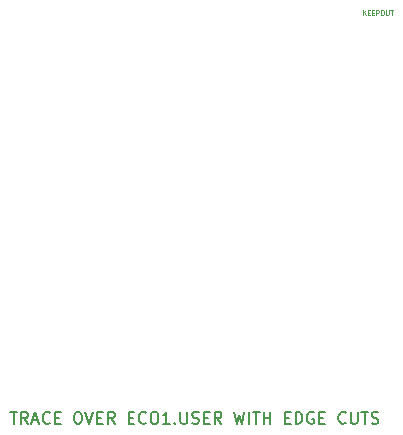
<source format=gbr>
%TF.GenerationSoftware,KiCad,Pcbnew,8.0.1*%
%TF.CreationDate,2024-03-23T09:32:29-06:00*%
%TF.ProjectId,underglow3,756e6465-7267-46c6-9f77-332e6b696361,rev?*%
%TF.SameCoordinates,Original*%
%TF.FileFunction,Other,Comment*%
%FSLAX46Y46*%
G04 Gerber Fmt 4.6, Leading zero omitted, Abs format (unit mm)*
G04 Created by KiCad (PCBNEW 8.0.1) date 2024-03-23 09:32:29*
%MOMM*%
%LPD*%
G01*
G04 APERTURE LIST*
%ADD10C,0.150000*%
%ADD11C,0.070000*%
G04 APERTURE END LIST*
D10*
X21380952Y445181D02*
X21952380Y445181D01*
X21666666Y-554819D02*
X21666666Y445181D01*
X22857142Y-554819D02*
X22523809Y-78628D01*
X22285714Y-554819D02*
X22285714Y445181D01*
X22285714Y445181D02*
X22666666Y445181D01*
X22666666Y445181D02*
X22761904Y397562D01*
X22761904Y397562D02*
X22809523Y349943D01*
X22809523Y349943D02*
X22857142Y254705D01*
X22857142Y254705D02*
X22857142Y111848D01*
X22857142Y111848D02*
X22809523Y16610D01*
X22809523Y16610D02*
X22761904Y-31009D01*
X22761904Y-31009D02*
X22666666Y-78628D01*
X22666666Y-78628D02*
X22285714Y-78628D01*
X23238095Y-269104D02*
X23714285Y-269104D01*
X23142857Y-554819D02*
X23476190Y445181D01*
X23476190Y445181D02*
X23809523Y-554819D01*
X24714285Y-459580D02*
X24666666Y-507200D01*
X24666666Y-507200D02*
X24523809Y-554819D01*
X24523809Y-554819D02*
X24428571Y-554819D01*
X24428571Y-554819D02*
X24285714Y-507200D01*
X24285714Y-507200D02*
X24190476Y-411961D01*
X24190476Y-411961D02*
X24142857Y-316723D01*
X24142857Y-316723D02*
X24095238Y-126247D01*
X24095238Y-126247D02*
X24095238Y16610D01*
X24095238Y16610D02*
X24142857Y207086D01*
X24142857Y207086D02*
X24190476Y302324D01*
X24190476Y302324D02*
X24285714Y397562D01*
X24285714Y397562D02*
X24428571Y445181D01*
X24428571Y445181D02*
X24523809Y445181D01*
X24523809Y445181D02*
X24666666Y397562D01*
X24666666Y397562D02*
X24714285Y349943D01*
X25142857Y-31009D02*
X25476190Y-31009D01*
X25619047Y-554819D02*
X25142857Y-554819D01*
X25142857Y-554819D02*
X25142857Y445181D01*
X25142857Y445181D02*
X25619047Y445181D01*
X27000000Y445181D02*
X27190476Y445181D01*
X27190476Y445181D02*
X27285714Y397562D01*
X27285714Y397562D02*
X27380952Y302324D01*
X27380952Y302324D02*
X27428571Y111848D01*
X27428571Y111848D02*
X27428571Y-221485D01*
X27428571Y-221485D02*
X27380952Y-411961D01*
X27380952Y-411961D02*
X27285714Y-507200D01*
X27285714Y-507200D02*
X27190476Y-554819D01*
X27190476Y-554819D02*
X27000000Y-554819D01*
X27000000Y-554819D02*
X26904762Y-507200D01*
X26904762Y-507200D02*
X26809524Y-411961D01*
X26809524Y-411961D02*
X26761905Y-221485D01*
X26761905Y-221485D02*
X26761905Y111848D01*
X26761905Y111848D02*
X26809524Y302324D01*
X26809524Y302324D02*
X26904762Y397562D01*
X26904762Y397562D02*
X27000000Y445181D01*
X27714286Y445181D02*
X28047619Y-554819D01*
X28047619Y-554819D02*
X28380952Y445181D01*
X28714286Y-31009D02*
X29047619Y-31009D01*
X29190476Y-554819D02*
X28714286Y-554819D01*
X28714286Y-554819D02*
X28714286Y445181D01*
X28714286Y445181D02*
X29190476Y445181D01*
X30190476Y-554819D02*
X29857143Y-78628D01*
X29619048Y-554819D02*
X29619048Y445181D01*
X29619048Y445181D02*
X30000000Y445181D01*
X30000000Y445181D02*
X30095238Y397562D01*
X30095238Y397562D02*
X30142857Y349943D01*
X30142857Y349943D02*
X30190476Y254705D01*
X30190476Y254705D02*
X30190476Y111848D01*
X30190476Y111848D02*
X30142857Y16610D01*
X30142857Y16610D02*
X30095238Y-31009D01*
X30095238Y-31009D02*
X30000000Y-78628D01*
X30000000Y-78628D02*
X29619048Y-78628D01*
X31380953Y-31009D02*
X31714286Y-31009D01*
X31857143Y-554819D02*
X31380953Y-554819D01*
X31380953Y-554819D02*
X31380953Y445181D01*
X31380953Y445181D02*
X31857143Y445181D01*
X32857143Y-459580D02*
X32809524Y-507200D01*
X32809524Y-507200D02*
X32666667Y-554819D01*
X32666667Y-554819D02*
X32571429Y-554819D01*
X32571429Y-554819D02*
X32428572Y-507200D01*
X32428572Y-507200D02*
X32333334Y-411961D01*
X32333334Y-411961D02*
X32285715Y-316723D01*
X32285715Y-316723D02*
X32238096Y-126247D01*
X32238096Y-126247D02*
X32238096Y16610D01*
X32238096Y16610D02*
X32285715Y207086D01*
X32285715Y207086D02*
X32333334Y302324D01*
X32333334Y302324D02*
X32428572Y397562D01*
X32428572Y397562D02*
X32571429Y445181D01*
X32571429Y445181D02*
X32666667Y445181D01*
X32666667Y445181D02*
X32809524Y397562D01*
X32809524Y397562D02*
X32857143Y349943D01*
X33476191Y445181D02*
X33666667Y445181D01*
X33666667Y445181D02*
X33761905Y397562D01*
X33761905Y397562D02*
X33857143Y302324D01*
X33857143Y302324D02*
X33904762Y111848D01*
X33904762Y111848D02*
X33904762Y-221485D01*
X33904762Y-221485D02*
X33857143Y-411961D01*
X33857143Y-411961D02*
X33761905Y-507200D01*
X33761905Y-507200D02*
X33666667Y-554819D01*
X33666667Y-554819D02*
X33476191Y-554819D01*
X33476191Y-554819D02*
X33380953Y-507200D01*
X33380953Y-507200D02*
X33285715Y-411961D01*
X33285715Y-411961D02*
X33238096Y-221485D01*
X33238096Y-221485D02*
X33238096Y111848D01*
X33238096Y111848D02*
X33285715Y302324D01*
X33285715Y302324D02*
X33380953Y397562D01*
X33380953Y397562D02*
X33476191Y445181D01*
X34857143Y-554819D02*
X34285715Y-554819D01*
X34571429Y-554819D02*
X34571429Y445181D01*
X34571429Y445181D02*
X34476191Y302324D01*
X34476191Y302324D02*
X34380953Y207086D01*
X34380953Y207086D02*
X34285715Y159467D01*
X35285715Y-459580D02*
X35333334Y-507200D01*
X35333334Y-507200D02*
X35285715Y-554819D01*
X35285715Y-554819D02*
X35238096Y-507200D01*
X35238096Y-507200D02*
X35285715Y-459580D01*
X35285715Y-459580D02*
X35285715Y-554819D01*
X35761905Y445181D02*
X35761905Y-364342D01*
X35761905Y-364342D02*
X35809524Y-459580D01*
X35809524Y-459580D02*
X35857143Y-507200D01*
X35857143Y-507200D02*
X35952381Y-554819D01*
X35952381Y-554819D02*
X36142857Y-554819D01*
X36142857Y-554819D02*
X36238095Y-507200D01*
X36238095Y-507200D02*
X36285714Y-459580D01*
X36285714Y-459580D02*
X36333333Y-364342D01*
X36333333Y-364342D02*
X36333333Y445181D01*
X36761905Y-507200D02*
X36904762Y-554819D01*
X36904762Y-554819D02*
X37142857Y-554819D01*
X37142857Y-554819D02*
X37238095Y-507200D01*
X37238095Y-507200D02*
X37285714Y-459580D01*
X37285714Y-459580D02*
X37333333Y-364342D01*
X37333333Y-364342D02*
X37333333Y-269104D01*
X37333333Y-269104D02*
X37285714Y-173866D01*
X37285714Y-173866D02*
X37238095Y-126247D01*
X37238095Y-126247D02*
X37142857Y-78628D01*
X37142857Y-78628D02*
X36952381Y-31009D01*
X36952381Y-31009D02*
X36857143Y16610D01*
X36857143Y16610D02*
X36809524Y64229D01*
X36809524Y64229D02*
X36761905Y159467D01*
X36761905Y159467D02*
X36761905Y254705D01*
X36761905Y254705D02*
X36809524Y349943D01*
X36809524Y349943D02*
X36857143Y397562D01*
X36857143Y397562D02*
X36952381Y445181D01*
X36952381Y445181D02*
X37190476Y445181D01*
X37190476Y445181D02*
X37333333Y397562D01*
X37761905Y-31009D02*
X38095238Y-31009D01*
X38238095Y-554819D02*
X37761905Y-554819D01*
X37761905Y-554819D02*
X37761905Y445181D01*
X37761905Y445181D02*
X38238095Y445181D01*
X39238095Y-554819D02*
X38904762Y-78628D01*
X38666667Y-554819D02*
X38666667Y445181D01*
X38666667Y445181D02*
X39047619Y445181D01*
X39047619Y445181D02*
X39142857Y397562D01*
X39142857Y397562D02*
X39190476Y349943D01*
X39190476Y349943D02*
X39238095Y254705D01*
X39238095Y254705D02*
X39238095Y111848D01*
X39238095Y111848D02*
X39190476Y16610D01*
X39190476Y16610D02*
X39142857Y-31009D01*
X39142857Y-31009D02*
X39047619Y-78628D01*
X39047619Y-78628D02*
X38666667Y-78628D01*
X40333334Y445181D02*
X40571429Y-554819D01*
X40571429Y-554819D02*
X40761905Y159467D01*
X40761905Y159467D02*
X40952381Y-554819D01*
X40952381Y-554819D02*
X41190477Y445181D01*
X41571429Y-554819D02*
X41571429Y445181D01*
X41904762Y445181D02*
X42476190Y445181D01*
X42190476Y-554819D02*
X42190476Y445181D01*
X42809524Y-554819D02*
X42809524Y445181D01*
X42809524Y-31009D02*
X43380952Y-31009D01*
X43380952Y-554819D02*
X43380952Y445181D01*
X44619048Y-31009D02*
X44952381Y-31009D01*
X45095238Y-554819D02*
X44619048Y-554819D01*
X44619048Y-554819D02*
X44619048Y445181D01*
X44619048Y445181D02*
X45095238Y445181D01*
X45523810Y-554819D02*
X45523810Y445181D01*
X45523810Y445181D02*
X45761905Y445181D01*
X45761905Y445181D02*
X45904762Y397562D01*
X45904762Y397562D02*
X46000000Y302324D01*
X46000000Y302324D02*
X46047619Y207086D01*
X46047619Y207086D02*
X46095238Y16610D01*
X46095238Y16610D02*
X46095238Y-126247D01*
X46095238Y-126247D02*
X46047619Y-316723D01*
X46047619Y-316723D02*
X46000000Y-411961D01*
X46000000Y-411961D02*
X45904762Y-507200D01*
X45904762Y-507200D02*
X45761905Y-554819D01*
X45761905Y-554819D02*
X45523810Y-554819D01*
X47047619Y397562D02*
X46952381Y445181D01*
X46952381Y445181D02*
X46809524Y445181D01*
X46809524Y445181D02*
X46666667Y397562D01*
X46666667Y397562D02*
X46571429Y302324D01*
X46571429Y302324D02*
X46523810Y207086D01*
X46523810Y207086D02*
X46476191Y16610D01*
X46476191Y16610D02*
X46476191Y-126247D01*
X46476191Y-126247D02*
X46523810Y-316723D01*
X46523810Y-316723D02*
X46571429Y-411961D01*
X46571429Y-411961D02*
X46666667Y-507200D01*
X46666667Y-507200D02*
X46809524Y-554819D01*
X46809524Y-554819D02*
X46904762Y-554819D01*
X46904762Y-554819D02*
X47047619Y-507200D01*
X47047619Y-507200D02*
X47095238Y-459580D01*
X47095238Y-459580D02*
X47095238Y-126247D01*
X47095238Y-126247D02*
X46904762Y-126247D01*
X47523810Y-31009D02*
X47857143Y-31009D01*
X48000000Y-554819D02*
X47523810Y-554819D01*
X47523810Y-554819D02*
X47523810Y445181D01*
X47523810Y445181D02*
X48000000Y445181D01*
X49761905Y-459580D02*
X49714286Y-507200D01*
X49714286Y-507200D02*
X49571429Y-554819D01*
X49571429Y-554819D02*
X49476191Y-554819D01*
X49476191Y-554819D02*
X49333334Y-507200D01*
X49333334Y-507200D02*
X49238096Y-411961D01*
X49238096Y-411961D02*
X49190477Y-316723D01*
X49190477Y-316723D02*
X49142858Y-126247D01*
X49142858Y-126247D02*
X49142858Y16610D01*
X49142858Y16610D02*
X49190477Y207086D01*
X49190477Y207086D02*
X49238096Y302324D01*
X49238096Y302324D02*
X49333334Y397562D01*
X49333334Y397562D02*
X49476191Y445181D01*
X49476191Y445181D02*
X49571429Y445181D01*
X49571429Y445181D02*
X49714286Y397562D01*
X49714286Y397562D02*
X49761905Y349943D01*
X50190477Y445181D02*
X50190477Y-364342D01*
X50190477Y-364342D02*
X50238096Y-459580D01*
X50238096Y-459580D02*
X50285715Y-507200D01*
X50285715Y-507200D02*
X50380953Y-554819D01*
X50380953Y-554819D02*
X50571429Y-554819D01*
X50571429Y-554819D02*
X50666667Y-507200D01*
X50666667Y-507200D02*
X50714286Y-459580D01*
X50714286Y-459580D02*
X50761905Y-364342D01*
X50761905Y-364342D02*
X50761905Y445181D01*
X51095239Y445181D02*
X51666667Y445181D01*
X51380953Y-554819D02*
X51380953Y445181D01*
X51952382Y-507200D02*
X52095239Y-554819D01*
X52095239Y-554819D02*
X52333334Y-554819D01*
X52333334Y-554819D02*
X52428572Y-507200D01*
X52428572Y-507200D02*
X52476191Y-459580D01*
X52476191Y-459580D02*
X52523810Y-364342D01*
X52523810Y-364342D02*
X52523810Y-269104D01*
X52523810Y-269104D02*
X52476191Y-173866D01*
X52476191Y-173866D02*
X52428572Y-126247D01*
X52428572Y-126247D02*
X52333334Y-78628D01*
X52333334Y-78628D02*
X52142858Y-31009D01*
X52142858Y-31009D02*
X52047620Y16610D01*
X52047620Y16610D02*
X52000001Y64229D01*
X52000001Y64229D02*
X51952382Y159467D01*
X51952382Y159467D02*
X51952382Y254705D01*
X51952382Y254705D02*
X52000001Y349943D01*
X52000001Y349943D02*
X52047620Y397562D01*
X52047620Y397562D02*
X52142858Y445181D01*
X52142858Y445181D02*
X52380953Y445181D01*
X52380953Y445181D02*
X52523810Y397562D01*
D11*
X51221699Y34053593D02*
X51221699Y34453593D01*
X51450270Y34053593D02*
X51278841Y34282164D01*
X51450270Y34453593D02*
X51221699Y34225021D01*
X51621699Y34263117D02*
X51755032Y34263117D01*
X51812175Y34053593D02*
X51621699Y34053593D01*
X51621699Y34053593D02*
X51621699Y34453593D01*
X51621699Y34453593D02*
X51812175Y34453593D01*
X51983604Y34263117D02*
X52116937Y34263117D01*
X52174080Y34053593D02*
X51983604Y34053593D01*
X51983604Y34053593D02*
X51983604Y34453593D01*
X51983604Y34453593D02*
X52174080Y34453593D01*
X52345509Y34053593D02*
X52345509Y34453593D01*
X52345509Y34453593D02*
X52497890Y34453593D01*
X52497890Y34453593D02*
X52535985Y34434545D01*
X52535985Y34434545D02*
X52555032Y34415498D01*
X52555032Y34415498D02*
X52574080Y34377402D01*
X52574080Y34377402D02*
X52574080Y34320260D01*
X52574080Y34320260D02*
X52555032Y34282164D01*
X52555032Y34282164D02*
X52535985Y34263117D01*
X52535985Y34263117D02*
X52497890Y34244069D01*
X52497890Y34244069D02*
X52345509Y34244069D01*
X52821699Y34453593D02*
X52897890Y34453593D01*
X52897890Y34453593D02*
X52935985Y34434545D01*
X52935985Y34434545D02*
X52974080Y34396450D01*
X52974080Y34396450D02*
X52993128Y34320260D01*
X52993128Y34320260D02*
X52993128Y34186926D01*
X52993128Y34186926D02*
X52974080Y34110736D01*
X52974080Y34110736D02*
X52935985Y34072640D01*
X52935985Y34072640D02*
X52897890Y34053593D01*
X52897890Y34053593D02*
X52821699Y34053593D01*
X52821699Y34053593D02*
X52783604Y34072640D01*
X52783604Y34072640D02*
X52745509Y34110736D01*
X52745509Y34110736D02*
X52726461Y34186926D01*
X52726461Y34186926D02*
X52726461Y34320260D01*
X52726461Y34320260D02*
X52745509Y34396450D01*
X52745509Y34396450D02*
X52783604Y34434545D01*
X52783604Y34434545D02*
X52821699Y34453593D01*
X53164557Y34453593D02*
X53164557Y34129783D01*
X53164557Y34129783D02*
X53183604Y34091688D01*
X53183604Y34091688D02*
X53202652Y34072640D01*
X53202652Y34072640D02*
X53240747Y34053593D01*
X53240747Y34053593D02*
X53316938Y34053593D01*
X53316938Y34053593D02*
X53355033Y34072640D01*
X53355033Y34072640D02*
X53374080Y34091688D01*
X53374080Y34091688D02*
X53393128Y34129783D01*
X53393128Y34129783D02*
X53393128Y34453593D01*
X53526462Y34453593D02*
X53755033Y34453593D01*
X53640747Y34053593D02*
X53640747Y34453593D01*
M02*

</source>
